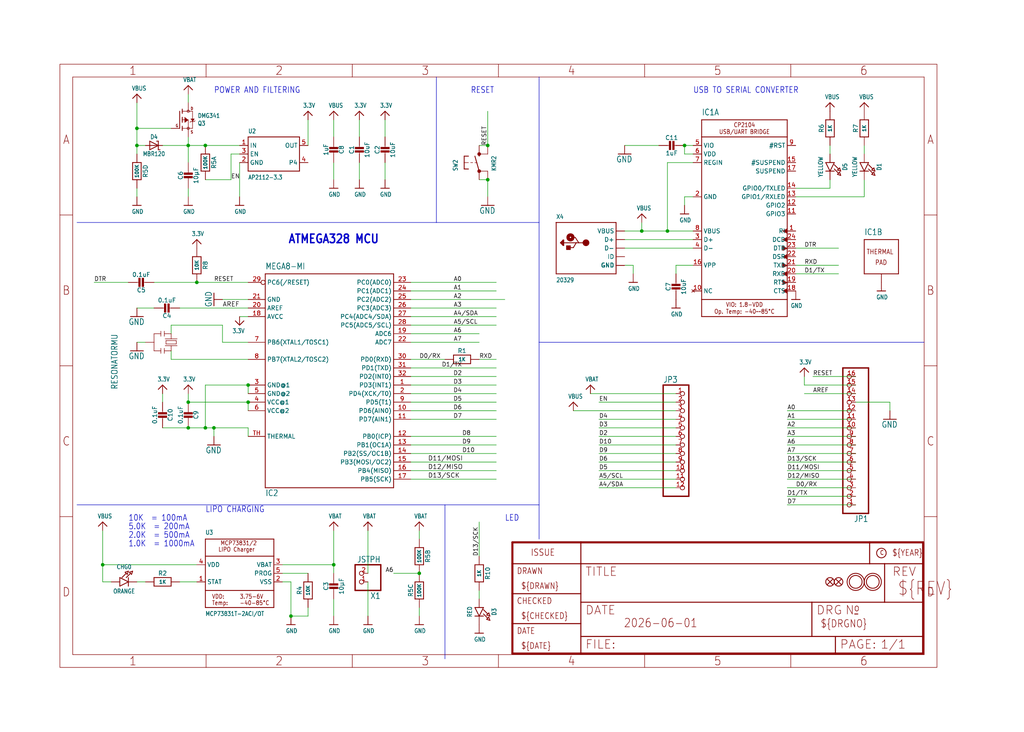
<source format=kicad_sch>
(kicad_sch (version 20230121) (generator eeschema)
  (paper "User" 303.962 217.322)
  (junction (at 86.36 182.88))
  (junction (at 203.2 43.18))
  (junction (at 58.42 83.82))
  (junction (at 60.96 43.18))
  (junction (at 124.46 170.18))
  (junction (at 73.66 114.3))
  (junction (at 40.64 43.18))
  (junction (at 55.88 127))
  (junction (at 60.96 127))
  (junction (at 30.48 167.64))
  (junction (at 40.64 38.1))
  (junction (at 144.78 53.34))
  (junction (at 55.88 43.18))
  (junction (at 55.88 119.38))
  (junction (at 198.12 68.58))
  (junction (at 144.78 43.18))
  (junction (at 99.06 167.64))
  (junction (at 190.5 68.58))
  (junction (at 73.66 119.38))
  (junction (at 63.5 127))
  (wire (pts (xy 68.58 45.72) (xy 71.12 45.72)) (stroke (width 0.1524)))
  (wire (pts (xy 236.22 78.74) (xy 248.92 78.74)) (stroke (width 0.1524)))
  (wire (pts (xy 50.8 99.06) (xy 50.8 96.52)) (stroke (width 0.1524)))
  (wire (pts (xy 142.24 175.26) (xy 142.24 177.8)) (stroke (width 0.1524)))
  (wire (pts (xy 198.12 48.26) (xy 198.12 68.58)) (stroke (width 0.1524)))
  (wire (pts (xy 60.96 114.3) (xy 60.96 127)) (stroke (width 0.1524)))
  (wire (pts (xy 205.74 78.74) (xy 200.66 78.74)) (stroke (width 0.1524)))
  (wire (pts (xy 106.68 48.26) (xy 106.68 53.34)) (stroke (width 0.1524)))
  (wire (pts (xy 254 111.76) (xy 241.3 111.76)) (stroke (width 0.1524)))
  (wire (pts (xy 121.92 132.08) (xy 147.32 132.08)) (stroke (width 0.1524)))
  (wire (pts (xy 203.2 43.18) (xy 203.2 45.72)) (stroke (width 0.1524)))
  (wire (pts (xy 205.74 45.72) (xy 203.2 45.72)) (stroke (width 0.1524)))
  (wire (pts (xy 254 127) (xy 233.68 127)) (stroke (width 0.1524)))
  (polyline (pts (xy 160.02 101.6) (xy 160.02 66.04)) (stroke (width 0.1524) (type solid)))
  (wire (pts (xy 187.96 78.74) (xy 187.96 81.28)) (stroke (width 0.1524)))
  (wire (pts (xy 254 139.7) (xy 233.68 139.7)) (stroke (width 0.1524)))
  (wire (pts (xy 73.66 83.82) (xy 58.42 83.82)) (stroke (width 0.1524)))
  (wire (pts (xy 71.12 43.18) (xy 60.96 43.18)) (stroke (width 0.1524)))
  (wire (pts (xy 248.92 81.28) (xy 236.22 81.28)) (stroke (width 0.1524)))
  (wire (pts (xy 233.68 142.24) (xy 254 142.24)) (stroke (width 0.1524)))
  (wire (pts (xy 91.44 43.18) (xy 91.44 35.56)) (stroke (width 0.1524)))
  (polyline (pts (xy 129.54 66.04) (xy 129.54 22.86)) (stroke (width 0.1524) (type solid)))
  (wire (pts (xy 254 121.92) (xy 233.68 121.92)) (stroke (width 0.1524)))
  (wire (pts (xy 73.66 127) (xy 63.5 127)) (stroke (width 0.1524)))
  (wire (pts (xy 200.66 129.54) (xy 177.8 129.54)) (stroke (width 0.1524)))
  (wire (pts (xy 200.66 121.92) (xy 170.18 121.92)) (stroke (width 0.1524)))
  (wire (pts (xy 73.66 114.3) (xy 60.96 114.3)) (stroke (width 0.1524)))
  (wire (pts (xy 73.66 91.44) (xy 53.34 91.44)) (stroke (width 0.1524)))
  (wire (pts (xy 60.96 127) (xy 55.88 127)) (stroke (width 0.1524)))
  (wire (pts (xy 205.74 58.42) (xy 203.2 58.42)) (stroke (width 0.1524)))
  (wire (pts (xy 147.32 139.7) (xy 121.92 139.7)) (stroke (width 0.1524)))
  (wire (pts (xy 99.06 170.18) (xy 99.06 167.64)) (stroke (width 0.1524)))
  (wire (pts (xy 246.38 55.88) (xy 246.38 53.34)) (stroke (width 0.1524)))
  (wire (pts (xy 236.22 73.66) (xy 248.92 73.66)) (stroke (width 0.1524)))
  (wire (pts (xy 147.32 124.46) (xy 121.92 124.46)) (stroke (width 0.1524)))
  (wire (pts (xy 73.66 119.38) (xy 73.66 121.92)) (stroke (width 0.1524)))
  (wire (pts (xy 177.8 119.38) (xy 200.66 119.38)) (stroke (width 0.1524)))
  (wire (pts (xy 144.78 43.18) (xy 142.24 43.18)) (stroke (width 0.1524)))
  (wire (pts (xy 147.32 86.36) (xy 121.92 86.36)) (stroke (width 0.1524)))
  (wire (pts (xy 53.34 172.72) (xy 58.42 172.72)) (stroke (width 0.1524)))
  (polyline (pts (xy 132.08 149.86) (xy 22.86 149.86)) (stroke (width 0.1524) (type solid)))
  (wire (pts (xy 73.66 116.84) (xy 73.66 114.3)) (stroke (width 0.1524)))
  (wire (pts (xy 124.46 157.48) (xy 124.46 160.02)) (stroke (width 0.1524)))
  (wire (pts (xy 60.96 53.34) (xy 68.58 53.34)) (stroke (width 0.1524)))
  (wire (pts (xy 147.32 119.38) (xy 121.92 119.38)) (stroke (width 0.1524)))
  (wire (pts (xy 147.32 91.44) (xy 121.92 91.44)) (stroke (width 0.1524)))
  (wire (pts (xy 45.72 91.44) (xy 40.64 91.44)) (stroke (width 0.1524)))
  (wire (pts (xy 60.96 43.18) (xy 55.88 43.18)) (stroke (width 0.1524)))
  (wire (pts (xy 73.66 88.9) (xy 66.04 88.9)) (stroke (width 0.1524)))
  (wire (pts (xy 236.22 58.42) (xy 256.54 58.42)) (stroke (width 0.1524)))
  (wire (pts (xy 60.96 127) (xy 63.5 127)) (stroke (width 0.1524)))
  (wire (pts (xy 185.42 43.18) (xy 195.58 43.18)) (stroke (width 0.1524)))
  (polyline (pts (xy 160.02 149.86) (xy 132.08 149.86)) (stroke (width 0.1524) (type solid)))
  (wire (pts (xy 63.5 127) (xy 63.5 129.54)) (stroke (width 0.1524)))
  (polyline (pts (xy 132.08 149.86) (xy 132.08 195.58)) (stroke (width 0.1524) (type solid)))
  (wire (pts (xy 99.06 35.56) (xy 99.06 40.64)) (stroke (width 0.1524)))
  (wire (pts (xy 58.42 83.82) (xy 45.72 83.82)) (stroke (width 0.1524)))
  (wire (pts (xy 205.74 43.18) (xy 203.2 43.18)) (stroke (width 0.1524)))
  (wire (pts (xy 190.5 68.58) (xy 190.5 66.04)) (stroke (width 0.1524)))
  (wire (pts (xy 66.04 96.52) (xy 66.04 101.6)) (stroke (width 0.1524)))
  (wire (pts (xy 73.66 119.38) (xy 55.88 119.38)) (stroke (width 0.1524)))
  (polyline (pts (xy 160.02 66.04) (xy 160.02 22.86)) (stroke (width 0.1524) (type solid)))
  (wire (pts (xy 114.3 40.64) (xy 114.3 35.56)) (stroke (width 0.1524)))
  (wire (pts (xy 109.22 157.48) (xy 109.22 170.18)) (stroke (width 0.1524)))
  (wire (pts (xy 30.48 172.72) (xy 30.48 167.64)) (stroke (width 0.1524)))
  (wire (pts (xy 109.22 182.88) (xy 109.22 172.72)) (stroke (width 0.1524)))
  (wire (pts (xy 48.26 43.18) (xy 55.88 43.18)) (stroke (width 0.1524)))
  (wire (pts (xy 121.92 88.9) (xy 149.86 88.9)) (stroke (width 0.1524)))
  (wire (pts (xy 177.8 144.78) (xy 200.66 144.78)) (stroke (width 0.1524)))
  (polyline (pts (xy 22.86 66.04) (xy 129.54 66.04)) (stroke (width 0.1524) (type solid)))
  (wire (pts (xy 175.26 116.84) (xy 200.66 116.84)) (stroke (width 0.1524)))
  (wire (pts (xy 254 132.08) (xy 233.68 132.08)) (stroke (width 0.1524)))
  (wire (pts (xy 124.46 170.18) (xy 116.84 170.18)) (stroke (width 0.1524)))
  (wire (pts (xy 83.82 167.64) (xy 99.06 167.64)) (stroke (width 0.1524)))
  (wire (pts (xy 66.04 101.6) (xy 73.66 101.6)) (stroke (width 0.1524)))
  (wire (pts (xy 55.88 119.38) (xy 55.88 116.84)) (stroke (width 0.1524)))
  (wire (pts (xy 71.12 93.98) (xy 73.66 93.98)) (stroke (width 0.1524)))
  (wire (pts (xy 50.8 96.52) (xy 66.04 96.52)) (stroke (width 0.1524)))
  (wire (pts (xy 124.46 182.88) (xy 124.46 180.34)) (stroke (width 0.1524)))
  (polyline (pts (xy 160.02 160.02) (xy 160.02 149.86)) (stroke (width 0.1524) (type solid)))
  (wire (pts (xy 99.06 48.26) (xy 99.06 53.34)) (stroke (width 0.1524)))
  (wire (pts (xy 30.48 167.64) (xy 58.42 167.64)) (stroke (width 0.1524)))
  (wire (pts (xy 200.66 124.46) (xy 177.8 124.46)) (stroke (width 0.1524)))
  (wire (pts (xy 147.32 129.54) (xy 121.92 129.54)) (stroke (width 0.1524)))
  (wire (pts (xy 254 124.46) (xy 233.68 124.46)) (stroke (width 0.1524)))
  (wire (pts (xy 68.58 53.34) (xy 68.58 45.72)) (stroke (width 0.1524)))
  (wire (pts (xy 99.06 157.48) (xy 99.06 167.64)) (stroke (width 0.1524)))
  (wire (pts (xy 83.82 172.72) (xy 86.36 172.72)) (stroke (width 0.1524)))
  (wire (pts (xy 142.24 165.1) (xy 142.24 154.94)) (stroke (width 0.1524)))
  (wire (pts (xy 121.92 137.16) (xy 147.32 137.16)) (stroke (width 0.1524)))
  (wire (pts (xy 114.3 48.26) (xy 114.3 53.34)) (stroke (width 0.1524)))
  (wire (pts (xy 205.74 48.26) (xy 198.12 48.26)) (stroke (width 0.1524)))
  (wire (pts (xy 121.92 116.84) (xy 147.32 116.84)) (stroke (width 0.1524)))
  (wire (pts (xy 121.92 83.82) (xy 147.32 83.82)) (stroke (width 0.1524)))
  (wire (pts (xy 254 137.16) (xy 233.68 137.16)) (stroke (width 0.1524)))
  (wire (pts (xy 177.8 134.62) (xy 200.66 134.62)) (stroke (width 0.1524)))
  (wire (pts (xy 264.16 119.38) (xy 264.16 121.92)) (stroke (width 0.1524)))
  (wire (pts (xy 43.18 43.18) (xy 40.64 43.18)) (stroke (width 0.1524)))
  (polyline (pts (xy 160.02 149.86) (xy 160.02 101.6)) (stroke (width 0.1524) (type solid)))
  (wire (pts (xy 91.44 180.34) (xy 91.44 182.88)) (stroke (width 0.1524)))
  (wire (pts (xy 238.76 114.3) (xy 254 114.3)) (stroke (width 0.1524)))
  (polyline (pts (xy 274.32 101.6) (xy 160.02 101.6)) (stroke (width 0.1524) (type solid)))
  (wire (pts (xy 40.64 58.42) (xy 40.64 55.88)) (stroke (width 0.1524)))
  (wire (pts (xy 203.2 58.42) (xy 203.2 60.96)) (stroke (width 0.1524)))
  (wire (pts (xy 177.8 137.16) (xy 200.66 137.16)) (stroke (width 0.1524)))
  (wire (pts (xy 121.92 106.68) (xy 132.08 106.68)) (stroke (width 0.1524)))
  (wire (pts (xy 177.8 127) (xy 200.66 127)) (stroke (width 0.1524)))
  (wire (pts (xy 73.66 129.54) (xy 73.66 127)) (stroke (width 0.1524)))
  (wire (pts (xy 254 144.78) (xy 233.68 144.78)) (stroke (width 0.1524)))
  (wire (pts (xy 238.76 111.76) (xy 238.76 114.3)) (stroke (width 0.1524)))
  (wire (pts (xy 50.8 38.1) (xy 40.64 38.1)) (stroke (width 0.1524)))
  (wire (pts (xy 200.66 142.24) (xy 177.8 142.24)) (stroke (width 0.1524)))
  (wire (pts (xy 27.94 83.82) (xy 38.1 83.82)) (stroke (width 0.1524)))
  (wire (pts (xy 144.78 53.34) (xy 144.78 58.42)) (stroke (width 0.1524)))
  (wire (pts (xy 200.66 78.74) (xy 200.66 81.28)) (stroke (width 0.1524)))
  (wire (pts (xy 177.8 132.08) (xy 200.66 132.08)) (stroke (width 0.1524)))
  (wire (pts (xy 147.32 109.22) (xy 121.92 109.22)) (stroke (width 0.1524)))
  (wire (pts (xy 121.92 93.98) (xy 147.32 93.98)) (stroke (width 0.1524)))
  (wire (pts (xy 73.66 106.68) (xy 50.8 106.68)) (stroke (width 0.1524)))
  (wire (pts (xy 147.32 142.24) (xy 121.92 142.24)) (stroke (width 0.1524)))
  (wire (pts (xy 144.78 33.02) (xy 144.78 43.18)) (stroke (width 0.1524)))
  (wire (pts (xy 198.12 68.58) (xy 205.74 68.58)) (stroke (width 0.1524)))
  (wire (pts (xy 30.48 157.48) (xy 30.48 167.64)) (stroke (width 0.1524)))
  (wire (pts (xy 142.24 53.34) (xy 144.78 53.34)) (stroke (width 0.1524)))
  (wire (pts (xy 40.64 43.18) (xy 40.64 38.1)) (stroke (width 0.1524)))
  (wire (pts (xy 256.54 53.34) (xy 256.54 58.42)) (stroke (width 0.1524)))
  (wire (pts (xy 121.92 111.76) (xy 147.32 111.76)) (stroke (width 0.1524)))
  (wire (pts (xy 200.66 139.7) (xy 177.8 139.7)) (stroke (width 0.1524)))
  (wire (pts (xy 86.36 172.72) (xy 86.36 182.88)) (stroke (width 0.1524)))
  (wire (pts (xy 147.32 134.62) (xy 121.92 134.62)) (stroke (width 0.1524)))
  (wire (pts (xy 106.68 40.64) (xy 106.68 35.56)) (stroke (width 0.1524)))
  (wire (pts (xy 147.32 106.68) (xy 142.24 106.68)) (stroke (width 0.1524)))
  (wire (pts (xy 233.68 129.54) (xy 254 129.54)) (stroke (width 0.1524)))
  (wire (pts (xy 254 116.84) (xy 238.76 116.84)) (stroke (width 0.1524)))
  (wire (pts (xy 190.5 68.58) (xy 198.12 68.58)) (stroke (width 0.1524)))
  (wire (pts (xy 185.42 73.66) (xy 205.74 73.66)) (stroke (width 0.1524)))
  (wire (pts (xy 121.92 121.92) (xy 147.32 121.92)) (stroke (width 0.1524)))
  (wire (pts (xy 254 119.38) (xy 264.16 119.38)) (stroke (width 0.1524)))
  (wire (pts (xy 33.02 172.72) (xy 30.48 172.72)) (stroke (width 0.1524)))
  (wire (pts (xy 254 149.86) (xy 233.68 149.86)) (stroke (width 0.1524)))
  (wire (pts (xy 99.06 177.8) (xy 99.06 182.88)) (stroke (width 0.1524)))
  (polyline (pts (xy 160.02 66.04) (xy 129.54 66.04)) (stroke (width 0.1524) (type solid)))
  (wire (pts (xy 55.88 43.18) (xy 55.88 48.26)) (stroke (width 0.1524)))
  (wire (pts (xy 121.92 99.06) (xy 142.24 99.06)) (stroke (width 0.1524)))
  (wire (pts (xy 50.8 106.68) (xy 50.8 104.14)) (stroke (width 0.1524)))
  (wire (pts (xy 48.26 119.38) (xy 48.26 116.84)) (stroke (width 0.1524)))
  (wire (pts (xy 246.38 43.18) (xy 246.38 45.72)) (stroke (width 0.1524)))
  (wire (pts (xy 55.88 127) (xy 48.26 127)) (stroke (width 0.1524)))
  (wire (pts (xy 147.32 114.3) (xy 121.92 114.3)) (stroke (width 0.1524)))
  (wire (pts (xy 55.88 27.94) (xy 55.88 30.48)) (stroke (width 0.1524)))
  (wire (pts (xy 185.42 78.74) (xy 187.96 78.74)) (stroke (width 0.1524)))
  (wire (pts (xy 40.64 172.72) (xy 43.18 172.72)) (stroke (width 0.1524)))
  (wire (pts (xy 91.44 182.88) (xy 86.36 182.88)) (stroke (width 0.1524)))
  (wire (pts (xy 254 134.62) (xy 233.68 134.62)) (stroke (width 0.1524)))
  (wire (pts (xy 142.24 101.6) (xy 121.92 101.6)) (stroke (width 0.1524)))
  (wire (pts (xy 185.42 68.58) (xy 190.5 68.58)) (stroke (width 0.1524)))
  (wire (pts (xy 55.88 40.64) (xy 55.88 43.18)) (stroke (width 0.1524)))
  (wire (pts (xy 256.54 43.18) (xy 256.54 45.72)) (stroke (width 0.1524)))
  (wire (pts (xy 236.22 55.88) (xy 246.38 55.88)) (stroke (width 0.1524)))
  (wire (pts (xy 43.18 101.6) (xy 40.64 101.6)) (stroke (width 0.1524)))
  (wire (pts (xy 40.64 38.1) (xy 40.64 30.48)) (stroke (width 0.1524)))
  (wire (pts (xy 185.42 71.12) (xy 205.74 71.12)) (stroke (width 0.1524)))
  (wire (pts (xy 40.64 45.72) (xy 40.64 43.18)) (stroke (width 0.1524)))
  (wire (pts (xy 233.68 147.32) (xy 254 147.32)) (stroke (width 0.1524)))
  (wire (pts (xy 83.82 170.18) (xy 91.44 170.18)) (stroke (width 0.1524)))
  (wire (pts (xy 71.12 48.26) (xy 71.12 58.42)) (stroke (width 0.1524)))
  (wire (pts (xy 55.88 55.88) (xy 55.88 58.42)) (stroke (width 0.1524)))
  (wire (pts (xy 147.32 96.52) (xy 121.92 96.52)) (stroke (width 0.1524)))
  (text "10K  = 100mA" (at 38.1 154.94 0) (effects (font (size 1.778 1.5113)) (justify left bottom)))
  (text "5.0K  = 200mA" (at 38.1 157.48 0) (effects (font (size 1.778 1.5113)) (justify left bottom)))
  (text "2.0K  = 500mA" (at 38.1 160.02 0) (effects (font (size 1.778 1.5113)) (justify left bottom)))
  (text "LED" (at 149.86 154.94 0) (effects (font (size 1.778 1.5113)) (justify left bottom)))
  (text "USB TO SERIAL CONVERTER" (at 205.74 27.94 0) (effects (font (size 1.778 1.5113)) (justify left bottom)))
  (text "1.0K  = 1000mA" (at 38.1 162.56 0) (effects (font (size 1.778 1.5113)) (justify left bottom)))
  (text "RESET" (at 139.7 27.94 0) (effects (font (size 1.778 1.5113)) (justify left bottom)))
  (text "LIPO CHARGING" (at 60.96 152.4 0) (effects (font (size 1.778 1.5113)) (justify left bottom)))
  (text "ATMEGA328 MCU" (at 99.06 71.12 0) (effects (font (size 2.54 2.159) (thickness 0.4318) bold)))
  (text "POWER AND FILTERING" (at 63.5 27.94 0) (effects (font (size 1.778 1.5113)) (justify left bottom)))
  (label "D7" (at 137.16 124.46 180) (effects (font (size 1.2446 1.2446))))
  (label "DTR" (at 27.94 83.82 0) (effects (font (size 1.2446 1.2446))))
  (label "D13/SCK" (at 127 142.24 0) (effects (font (size 1.3513 1.3513))))
  (label "AREF" (at 241.3 116.84 0) (effects (font (size 1.2446 1.2446))))
  (label "A5/SCL" (at 134.62 96.52 0) (effects (font (size 1.2446 1.2446))))
  (label "D11/MOSI" (at 233.68 139.7 0) (effects (font (size 1.2446 1.2446))))
  (label "A3" (at 134.62 91.44 0) (effects (font (size 1.2446 1.2446))))
  (label "A6" (at 134.62 99.06 0) (effects (font (size 1.2446 1.2446))))
  (label "D12/MISO" (at 127 139.7 0) (effects (font (size 1.3513 1.3513))))
  (label "D2" (at 177.8 129.54 0) (effects (font (size 1.2446 1.2446))))
  (label "EN" (at 177.8 119.38 0) (effects (font (size 1.2446 1.2446))))
  (label "D5" (at 177.8 139.7 0) (effects (font (size 1.2446 1.2446))))
  (label "A4/SDA" (at 134.62 93.98 0) (effects (font (size 1.2446 1.2446))))
  (label "D1/TX" (at 233.68 147.32 0) (effects (font (size 1.2446 1.2446))))
  (label "DTR" (at 238.76 73.66 0) (effects (font (size 1.2446 1.2446))))
  (label "A6" (at 233.68 132.08 0) (effects (font (size 1.2446 1.2446))))
  (label "A0" (at 134.62 83.82 0) (effects (font (size 1.2446 1.2446))))
  (label "D3" (at 137.16 114.3 180) (effects (font (size 1.2446 1.2446))))
  (label "D3" (at 177.8 127 0) (effects (font (size 1.2446 1.2446))))
  (label "D4" (at 177.8 124.46 0) (effects (font (size 1.2446 1.2446))))
  (label "D5" (at 137.16 119.38 180) (effects (font (size 1.2446 1.2446))))
  (label "D2" (at 137.16 111.76 180) (effects (font (size 1.2446 1.2446))))
  (label "D12/MISO" (at 233.68 142.24 0) (effects (font (size 1.2446 1.2446))))
  (label "D9" (at 137.16 132.08 0) (effects (font (size 1.2446 1.2446))))
  (label "A4/SDA" (at 177.8 144.78 0) (effects (font (size 1.2446 1.2446))))
  (label "A1" (at 134.62 86.36 0) (effects (font (size 1.2446 1.2446))))
  (label "D13/SCK" (at 142.24 165.1 90) (effects (font (size 1.2446 1.2446))))
  (label "RESET" (at 241.3 111.76 0) (effects (font (size 1.2446 1.2446))))
  (label "D0/RX" (at 236.22 144.78 0) (effects (font (size 1.2446 1.2446))))
  (label "D6" (at 177.8 137.16 0) (effects (font (size 1.2446 1.2446))))
  (label "D4" (at 137.16 116.84 180) (effects (font (size 1.2446 1.2446))))
  (label "RESET" (at 144.78 43.18 90) (effects (font (size 1.2446 1.2446))))
  (label "A6" (at 116.84 170.18 180) (effects (font (size 1.2446 1.2446))))
  (label "D6" (at 137.16 121.92 180) (effects (font (size 1.2446 1.2446))))
  (label "D10" (at 177.8 132.08 0) (effects (font (size 1.2446 1.2446))))
  (label "D8" (at 137.16 129.54 0) (effects (font (size 1.2446 1.2446))))
  (label "A1" (at 233.68 124.46 0) (effects (font (size 1.2446 1.2446))))
  (label "RXD" (at 142.24 106.68 0) (effects (font (size 1.2446 1.2446))))
  (label "A7" (at 233.68 134.62 0) (effects (font (size 1.2446 1.2446))))
  (label "D9" (at 177.8 134.62 0) (effects (font (size 1.2446 1.2446))))
  (label "A7" (at 134.62 101.6 0) (effects (font (size 1.2446 1.2446))))
  (label "D13/SCK" (at 233.68 137.16 0) (effects (font (size 1.2446 1.2446))))
  (label "A2" (at 233.68 127 0) (effects (font (size 1.2446 1.2446))))
  (label "A5/SCL" (at 177.8 142.24 0) (effects (font (size 1.2446 1.2446))))
  (label "RXD" (at 238.76 78.74 0) (effects (font (size 1.2446 1.2446))))
  (label "EN" (at 68.58 53.34 0) (effects (font (size 1.2446 1.2446))))
  (label "AREF" (at 66.04 91.44 0) (effects (font (size 1.3513 1.3513))))
  (label "RESET" (at 63.5 83.82 0) (effects (font (size 1.2446 1.2446))))
  (label "D0/RX" (at 124.46 106.68 0) (effects (font (size 1.2446 1.2446))))
  (label "A2" (at 134.62 88.9 0) (effects (font (size 1.2446 1.2446))))
  (label "A0" (at 233.68 121.92 0) (effects (font (size 1.2446 1.2446))))
  (label "D10" (at 137.16 134.62 0) (effects (font (size 1.2446 1.2446))))
  (label "D1/TX" (at 238.76 81.28 0) (effects (font (size 1.2446 1.2446))))
  (label "A3" (at 233.68 129.54 0) (effects (font (size 1.2446 1.2446))))
  (label "D1/TX" (at 137.16 109.22 180) (effects (font (size 1.2446 1.2446))))
  (label "D7" (at 233.68 149.86 0) (effects (font (size 1.2446 1.2446))))
  (label "D11/MOSI" (at 127 137.16 0) (effects (font (size 1.3513 1.3513))))
  (symbol (lib_id "working-eagle-import:VBUS") (at 30.48 154.94 0) (unit 1)
    (property "Reference" "#U$38" (effects hide))
    (property "Value" "VBUS" (at 28.956 153.924 0) (effects (font (size 1.27 1.0795)) (justify left bottom)))
  )
  (symbol (lib_id "working-eagle-import:RESISTOR_0603_NOOUT") (at 246.38 38.1 90) (unit 1)
    (property "Reference" "R6" (at 243.84 38.1 0))
    (property "Value" "1K" (at 246.38 38.1 0) (effects (font (size 1.016 1.016) bold)))
    (property "Footprint" "working:0603-NO" (effects hide))
  )
  (symbol (lib_id "working-eagle-import:3.3V") (at 114.3 33.02 0) (unit 1)
    (property "Reference" "#U$24" (effects hide))
    (property "Value" "3.3V" (at 112.776 32.004 0) (effects (font (size 1.27 1.0795)) (justify left bottom)))
  )
  (symbol (lib_id "working-eagle-import:LED0805_NOOUTLINE") (at 246.38 50.8 270) (unit 1)
    (property "Reference" "D5" (at 250.825 49.53 0) (effects (font (size 1.27 1.0795))))
    (property "Value" "YELLOW" (at 243.586 49.53 0) (effects (font (size 1.27 1.0795))))
    (property "Footprint" "working:CHIPLED_0805_NOOUTLINE" (effects hide))
  )
  (symbol (lib_id "working-eagle-import:RESISTOR_4PACK") (at 124.46 175.26 90) (unit 3)
    (property "Reference" "R5" (at 121.92 175.26 0))
    (property "Value" "100K" (at 124.46 175.26 0) (effects (font (size 1.016 1.016) bold)))
    (property "Footprint" "working:RESPACK_4X0603" (effects hide))
  )
  (symbol (lib_id "working-eagle-import:CP2104") (at 220.98 63.5 0) (unit 1)
    (property "Reference" "IC1" (at 208.28 34.29 0) (effects (font (size 1.778 1.5113)) (justify left bottom)))
    (property "Value" "CP2104" (effects hide))
    (property "Footprint" "working:QFN24_4MM_SMSC" (effects hide))
  )
  (symbol (lib_id "working-eagle-import:CON_JST_PH_2PIN") (at 106.68 170.18 180) (unit 1)
    (property "Reference" "X1" (at 113.03 175.895 0) (effects (font (size 1.778 1.5113)) (justify left bottom)))
    (property "Value" "JSTPH" (at 113.03 165.1 0) (effects (font (size 1.778 1.5113)) (justify left bottom)))
    (property "Footprint" "working:JSTPH2" (effects hide))
  )
  (symbol (lib_id "working-eagle-import:CAP_CERAMIC_0805MP") (at 200.66 86.36 0) (unit 1)
    (property "Reference" "C7" (at 198.37 85.11 90))
    (property "Value" "10uF" (at 202.96 85.11 90))
    (property "Footprint" "working:_0805MP" (effects hide))
  )
  (symbol (lib_id "working-eagle-import:GND") (at 142.24 187.96 0) (unit 1)
    (property "Reference" "#U$8" (effects hide))
    (property "Value" "GND" (at 140.716 190.5 0) (effects (font (size 1.27 1.0795)) (justify left bottom)))
  )
  (symbol (lib_id "working-eagle-import:supply1_GND") (at 63.5 88.9 270) (unit 1)
    (property "Reference" "#GND1" (effects hide))
    (property "Value" "GND" (at 60.96 86.36 0) (effects (font (size 1.778 1.5113)) (justify left bottom)))
  )
  (symbol (lib_id "working-eagle-import:MCP73831/2") (at 71.12 170.18 0) (unit 1)
    (property "Reference" "U3" (at 60.96 158.75 0) (effects (font (size 1.27 1.0795)) (justify left bottom)))
    (property "Value" "MCP73831T-2ACI/OT" (at 60.96 182.88 0) (effects (font (size 1.27 1.0795)) (justify left bottom)))
    (property "Footprint" "working:SOT23-5" (effects hide))
  )
  (symbol (lib_id "working-eagle-import:GND") (at 86.36 185.42 0) (unit 1)
    (property "Reference" "#U$36" (effects hide))
    (property "Value" "GND" (at 84.836 187.96 0) (effects (font (size 1.27 1.0795)) (justify left bottom)))
  )
  (symbol (lib_id "working-eagle-import:GND") (at 99.06 55.88 0) (unit 1)
    (property "Reference" "#U$29" (effects hide))
    (property "Value" "GND" (at 97.536 58.42 0) (effects (font (size 1.27 1.0795)) (justify left bottom)))
  )
  (symbol (lib_id "working-eagle-import:CAP_CERAMIC0603_NO") (at 43.18 83.82 90) (unit 1)
    (property "Reference" "C5" (at 41.93 86.11 90))
    (property "Value" "0.1uF" (at 41.93 81.52 90))
    (property "Footprint" "working:0603-NO" (effects hide))
  )
  (symbol (lib_id "working-eagle-import:GND") (at 200.66 91.44 0) (unit 1)
    (property "Reference" "#U$23" (effects hide))
    (property "Value" "GND" (at 199.136 93.98 0) (effects (font (size 1.27 1.0795)) (justify left bottom)))
  )
  (symbol (lib_id "working-eagle-import:VBUS") (at 170.18 119.38 0) (unit 1)
    (property "Reference" "#U$19" (effects hide))
    (property "Value" "VBUS" (at 168.656 118.364 0) (effects (font (size 1.27 1.0795)) (justify left bottom)))
  )
  (symbol (lib_id "working-eagle-import:HEADER-1X12") (at 203.2 132.08 0) (unit 1)
    (property "Reference" "JP3" (at 196.85 113.665 0) (effects (font (size 1.778 1.5113)) (justify left bottom)))
    (property "Value" "HEADER-1X12" (effects hide))
    (property "Footprint" "working:1X12_ROUND" (effects hide))
  )
  (symbol (lib_id "working-eagle-import:VBUS") (at 190.5 63.5 0) (unit 1)
    (property "Reference" "#U$18" (effects hide))
    (property "Value" "VBUS" (at 188.976 62.484 0) (effects (font (size 1.27 1.0795)) (justify left bottom)))
  )
  (symbol (lib_id "working-eagle-import:supply1_GND") (at 40.64 104.14 0) (unit 1)
    (property "Reference" "#GND3" (effects hide))
    (property "Value" "GND" (at 38.1 106.68 0) (effects (font (size 1.778 1.5113)) (justify left bottom)))
  )
  (symbol (lib_id "working-eagle-import:GND") (at 106.68 55.88 0) (unit 1)
    (property "Reference" "#U$4" (effects hide))
    (property "Value" "GND" (at 105.156 58.42 0) (effects (font (size 1.27 1.0795)) (justify left bottom)))
  )
  (symbol (lib_id "working-eagle-import:SWITCH_TACT_SMT4.6X2.8") (at 142.24 48.26 90) (unit 1)
    (property "Reference" "SW2" (at 135.89 50.8 0) (effects (font (size 1.27 1.0795)) (justify left bottom)))
    (property "Value" "KMR2" (at 147.32 50.8 0) (effects (font (size 1.27 1.0795)) (justify left bottom)))
    (property "Footprint" "working:BTN_KMR2_4.6X2.8" (effects hide))
  )
  (symbol (lib_id "working-eagle-import:CAP_CERAMIC0805-NOOUTLINE") (at 55.88 53.34 0) (unit 1)
    (property "Reference" "C6" (at 53.59 52.09 90))
    (property "Value" "10µF" (at 58.18 52.09 90))
    (property "Footprint" "working:0805-NO" (effects hide))
  )
  (symbol (lib_id "working-eagle-import:VBAT") (at 175.26 114.3 0) (unit 1)
    (property "Reference" "#U$20" (effects hide))
    (property "Value" "VBAT" (at 173.736 113.284 0) (effects (font (size 1.27 1.0795)) (justify left bottom)))
  )
  (symbol (lib_id "working-eagle-import:RESISTOR_4PACK") (at 60.96 48.26 270) (unit 1)
    (property "Reference" "R5" (at 63.5 48.26 0))
    (property "Value" "100K" (at 60.96 48.26 0) (effects (font (size 1.016 1.016) bold)))
    (property "Footprint" "working:RESPACK_4X0603" (effects hide))
  )
  (symbol (lib_id "working-eagle-import:VBAT") (at 55.88 25.4 0) (unit 1)
    (property "Reference" "#U$21" (effects hide))
    (property "Value" "VBAT" (at 54.356 24.384 0) (effects (font (size 1.27 1.0795)) (justify left bottom)))
  )
  (symbol (lib_id "working-eagle-import:GND") (at 261.62 86.36 0) (unit 1)
    (property "Reference" "#U$1" (effects hide))
    (property "Value" "GND" (at 260.096 88.9 0) (effects (font (size 1.27 1.0795)) (justify left bottom)))
  )
  (symbol (lib_id "working-eagle-import:GND") (at 99.06 185.42 0) (unit 1)
    (property "Reference" "#U$33" (effects hide))
    (property "Value" "GND" (at 97.536 187.96 0) (effects (font (size 1.27 1.0795)) (justify left bottom)))
  )
  (symbol (lib_id "working-eagle-import:CAP_CERAMIC0603_NO") (at 48.26 121.92 180) (unit 1)
    (property "Reference" "C10" (at 50.55 123.17 90))
    (property "Value" "0.1uF" (at 45.96 123.17 90))
    (property "Footprint" "working:0603-NO" (effects hide))
  )
  (symbol (lib_id "working-eagle-import:VBAT") (at 99.06 154.94 0) (unit 1)
    (property "Reference" "#U$39" (effects hide))
    (property "Value" "VBAT" (at 97.536 153.924 0) (effects (font (size 1.27 1.0795)) (justify left bottom)))
  )
  (symbol (lib_id "working-eagle-import:FRAME_A4") (at 17.78 198.12 0) (unit 1)
    (property "Reference" "#FRAME1" (effects hide))
    (property "Value" "FRAME_A4" (effects hide))
  )
  (symbol (lib_id "working-eagle-import:FIDUCIAL_1MM") (at 248.92 172.72 0) (unit 1)
    (property "Reference" "U$34" (effects hide))
    (property "Value" "FIDUCIAL_1MM" (effects hide))
    (property "Footprint" "working:FIDUCIAL_1MM" (effects hide))
  )
  (symbol (lib_id "working-eagle-import:VBAT") (at 124.46 154.94 0) (unit 1)
    (property "Reference" "#U$7" (effects hide))
    (property "Value" "VBAT" (at 122.936 153.924 0) (effects (font (size 1.27 1.0795)) (justify left bottom)))
  )
  (symbol (lib_id "working-eagle-import:RESISTOR_0603_NOOUT") (at 58.42 78.74 90) (unit 1)
    (property "Reference" "R8" (at 60.96 78.74 0))
    (property "Value" "10K" (at 58.42 78.74 0) (effects (font (size 1.016 1.016) bold)))
    (property "Footprint" "working:0603-NO" (effects hide))
  )
  (symbol (lib_id "working-eagle-import:CAP_CERAMIC0805-NOOUTLINE") (at 106.68 45.72 0) (unit 1)
    (property "Reference" "C1" (at 104.39 44.47 90))
    (property "Value" "10uF" (at 108.98 44.47 90))
    (property "Footprint" "working:0805-NO" (effects hide))
  )
  (symbol (lib_id "working-eagle-import:CP2104") (at 261.62 76.2 0) (unit 2)
    (property "Reference" "IC1" (at 256.54 69.85 0) (effects (font (size 1.778 1.5113)) (justify left bottom)))
    (property "Value" "CP2104" (effects hide))
    (property "Footprint" "working:QFN24_4MM_SMSC" (effects hide))
  )
  (symbol (lib_id "working-eagle-import:MEGA8-MI") (at 96.52 109.22 0) (unit 1)
    (property "Reference" "IC2" (at 78.74 147.32 0) (effects (font (size 1.778 1.5113)) (justify left bottom)))
    (property "Value" "MEGA8-MI" (at 78.74 80.01 0) (effects (font (size 1.778 1.5113)) (justify left bottom)))
    (property "Footprint" "working:MLF32-TH" (effects hide))
  )
  (symbol (lib_id "working-eagle-import:RESISTOR_0603_NOOUT") (at 142.24 170.18 270) (unit 1)
    (property "Reference" "R10" (at 144.78 170.18 0))
    (property "Value" "1K" (at 142.24 170.18 0) (effects (font (size 1.016 1.016) bold)))
    (property "Footprint" "working:0603-NO" (effects hide))
  )
  (symbol (lib_id "working-eagle-import:HEADER-1X16ROUND") (at 251.46 132.08 180) (unit 1)
    (property "Reference" "JP1" (at 257.81 153.035 0) (effects (font (size 1.778 1.5113)) (justify left bottom)))
    (property "Value" "HEADER-1X16ROUND" (effects hide))
    (property "Footprint" "working:1X16_ROUND" (effects hide))
  )
  (symbol (lib_id "working-eagle-import:RESISTOR_0603_NOOUT") (at 91.44 175.26 90) (unit 1)
    (property "Reference" "R4" (at 88.9 175.26 0))
    (property "Value" "10K" (at 91.44 175.26 0) (effects (font (size 1.016 1.016) bold)))
    (property "Footprint" "working:0603-NO" (effects hide))
  )
  (symbol (lib_id "working-eagle-import:supply1_GND") (at 40.64 93.98 0) (unit 1)
    (property "Reference" "#GND13" (effects hide))
    (property "Value" "GND" (at 38.1 96.52 0) (effects (font (size 1.778 1.5113)) (justify left bottom)))
  )
  (symbol (lib_id "working-eagle-import:MOUNTINGHOLE2.5") (at 259.08 172.72 0) (unit 1)
    (property "Reference" "U$32" (effects hide))
    (property "Value" "MOUNTINGHOLE2.5" (effects hide))
    (property "Footprint" "working:MOUNTINGHOLE_2.5_PLATED" (effects hide))
  )
  (symbol (lib_id "working-eagle-import:3.3V") (at 238.76 109.22 0) (unit 1)
    (property "Reference" "#U$6" (effects hide))
    (property "Value" "3.3V" (at 237.236 108.204 0) (effects (font (size 1.27 1.0795)) (justify left bottom)))
  )
  (symbol (lib_id "working-eagle-import:LED0805_NOOUTLINE") (at 256.54 50.8 270) (unit 1)
    (property "Reference" "D1" (at 260.985 49.53 0) (effects (font (size 1.27 1.0795))))
    (property "Value" "YELLOW" (at 253.746 49.53 0) (effects (font (size 1.27 1.0795))))
    (property "Footprint" "working:CHIPLED_0805_NOOUTLINE" (effects hide))
  )
  (symbol (lib_id "working-eagle-import:RESISTOR_4PACK") (at 40.64 50.8 270) (unit 4)
    (property "Reference" "R5" (at 43.18 50.8 0))
    (property "Value" "100K" (at 40.64 50.8 0) (effects (font (size 1.016 1.016) bold)))
    (property "Footprint" "working:RESPACK_4X0603" (effects hide))
  )
  (symbol (lib_id "working-eagle-import:LED0805_NOOUTLINE") (at 142.24 182.88 270) (unit 1)
    (property "Reference" "D3" (at 146.685 181.61 0) (effects (font (size 1.27 1.0795))))
    (property "Value" "RED" (at 139.446 181.61 0) (effects (font (size 1.27 1.0795))))
    (property "Footprint" "working:CHIPLED_0805_NOOUTLINE" (effects hide))
  )
  (symbol (lib_id "working-eagle-import:DIODE-SCHOTTKYSOD-123") (at 45.72 43.18 0) (unit 1)
    (property "Reference" "D4" (at 45.72 40.64 0) (effects (font (size 1.27 1.0795))))
    (property "Value" "MBR120" (at 45.72 45.68 0) (effects (font (size 1.27 1.0795))))
    (property "Footprint" "working:SOD-123" (effects hide))
  )
  (symbol (lib_id "working-eagle-import:GND") (at 40.64 60.96 0) (unit 1)
    (property "Reference" "#U$25" (effects hide))
    (property "Value" "GND" (at 39.116 63.5 0) (effects (font (size 1.27 1.0795)) (justify left bottom)))
  )
  (symbol (lib_id "working-eagle-import:CAP_CERAMIC0603_NO") (at 99.06 43.18 180) (unit 1)
    (property "Reference" "C8" (at 101.35 44.43 90))
    (property "Value" "1uF" (at 96.76 44.43 90))
    (property "Footprint" "working:0603-NO" (effects hide))
  )
  (symbol (lib_id "working-eagle-import:VBUS") (at 40.64 27.94 0) (unit 1)
    (property "Reference" "#U$3" (effects hide))
    (property "Value" "VBUS" (at 39.116 26.924 0) (effects (font (size 1.27 1.0795)) (justify left bottom)))
  )
  (symbol (lib_id "working-eagle-import:RESONATORMU") (at 50.8 101.6 0) (unit 1)
    (property "Reference" "Y2" (effects hide))
    (property "Value" "RESONATORMU" (at 33.02 99.06 90) (effects (font (size 1.778 1.5113)) (justify right top)))
    (property "Footprint" "working:RESONATOR" (effects hide))
  )
  (symbol (lib_id "working-eagle-import:RESISTOR_0603_NOOUT") (at 48.26 172.72 0) (unit 1)
    (property "Reference" "R2" (at 48.26 170.18 0))
    (property "Value" "1K" (at 48.26 172.72 0) (effects (font (size 1.016 1.016) bold)))
    (property "Footprint" "working:0603-NO" (effects hide))
  )
  (symbol (lib_id "working-eagle-import:3.3V") (at 106.68 33.02 0) (unit 1)
    (property "Reference" "#U$2" (effects hide))
    (property "Value" "3.3V" (at 105.156 32.004 0) (effects (font (size 1.27 1.0795)) (justify left bottom)))
  )
  (symbol (lib_id "working-eagle-import:GND") (at 124.46 185.42 0) (unit 1)
    (property "Reference" "#U$14" (effects hide))
    (property "Value" "GND" (at 122.936 187.96 0) (effects (font (size 1.27 1.0795)) (justify left bottom)))
  )
  (symbol (lib_id "working-eagle-import:GND") (at 71.12 60.96 0) (unit 1)
    (property "Reference" "#U$30" (effects hide))
    (property "Value" "GND" (at 69.596 63.5 0) (effects (font (size 1.27 1.0795)) (justify left bottom)))
  )
  (symbol (lib_id "working-eagle-import:supply1_GND") (at 63.5 132.08 0) (unit 1)
    (property "Reference" "#GND2" (effects hide))
    (property "Value" "GND" (at 60.96 134.62 0) (effects (font (size 1.778 1.5113)) (justify left bottom)))
  )
  (symbol (lib_id "working-eagle-import:CAP_CERAMIC0805-NOOUTLINE") (at 114.3 45.72 0) (unit 1)
    (property "Reference" "C2" (at 112.01 44.47 90))
    (property "Value" "10uF" (at 116.6 44.47 90))
    (property "Footprint" "working:0805-NO" (effects hide))
  )
  (symbol (lib_id "working-eagle-import:VBUS") (at 246.38 30.48 0) (unit 1)
    (property "Reference" "#U$40" (effects hide))
    (property "Value" "VBUS" (at 244.856 29.464 0) (effects (font (size 1.27 1.0795)) (justify left bottom)))
  )
  (symbol (lib_id "working-eagle-import:VBUS") (at 99.06 33.02 0) (unit 1)
    (property "Reference" "#U$28" (effects hide))
    (property "Value" "VBUS" (at 97.536 32.004 0) (effects (font (size 1.27 1.0795)) (justify left bottom)))
  )
  (symbol (lib_id "working-eagle-import:GND") (at 187.96 83.82 0) (unit 1)
    (property "Reference" "#U$11" (effects hide))
    (property "Value" "GND" (at 186.436 86.36 0) (effects (font (size 1.27 1.0795)) (justify left bottom)))
  )
  (symbol (lib_id "working-eagle-import:GND") (at 236.22 88.9 0) (unit 1)
    (property "Reference" "#U$43" (effects hide))
    (property "Value" "GND" (at 234.696 91.44 0) (effects (font (size 1.27 1.0795)) (justify left bottom)))
  )
  (symbol (lib_id "working-eagle-import:3.3V") (at 91.44 33.02 0) (unit 1)
    (property "Reference" "#U$10" (effects hide))
    (property "Value" "3.3V" (at 89.916 32.004 0) (effects (font (size 1.27 1.0795)) (justify left bottom)))
  )
  (symbol (lib_id "working-eagle-import:GND") (at 114.3 55.88 0) (unit 1)
    (property "Reference" "#U$17" (effects hide))
    (property "Value" "GND" (at 112.776 58.42 0) (effects (font (size 1.27 1.0795)) (justify left bottom)))
  )
  (symbol (lib_id "working-eagle-import:GND") (at 55.88 60.96 0) (unit 1)
    (property "Reference" "#U$27" (effects hide))
    (property "Value" "GND" (at 54.356 63.5 0) (effects (font (size 1.27 1.0795)) (justify left bottom)))
  )
  (symbol (lib_id "working-eagle-import:VBUS") (at 256.54 30.48 0) (unit 1)
    (property "Reference" "#U$37" (effects hide))
    (property "Value" "VBUS" (at 255.016 29.464 0) (effects (font (size 1.27 1.0795)) (justify left bottom)))
  )
  (symbol (lib_id "working-eagle-import:CAP_CERAMIC0603_NO") (at 198.12 43.18 270) (unit 1)
    (property "Reference" "C11" (at 199.37 40.89 90))
    (property "Value" "1uF" (at 199.37 45.48 90))
    (property "Footprint" "working:0603-NO" (effects hide))
  )
  (symbol (lib_id "working-eagle-import:VBAT") (at 109.22 154.94 0) (unit 1)
    (property "Reference" "#U$16" (effects hide))
    (property "Value" "VBAT" (at 107.696 153.924 0) (effects (font (size 1.27 1.0795)) (justify left bottom)))
  )
  (symbol (lib_id "working-eagle-import:CAP_CERAMIC0805-NOOUTLINE") (at 99.06 175.26 0) (unit 1)
    (property "Reference" "C3" (at 96.77 174.01 90))
    (property "Value" "10µF" (at 101.36 174.01 90))
    (property "Footprint" "working:0805-NO" (effects hide))
  )
  (symbol (lib_id "working-eagle-import:RESISTOR_4PACK") (at 124.46 165.1 270) (unit 2)
    (property "Reference" "R5" (at 127 165.1 0))
    (property "Value" "100K" (at 124.46 165.1 0) (effects (font (size 1.016 1.016) bold)))
    (property "Footprint" "working:RESPACK_4X0603" (effects hide))
  )
  (symbol (lib_id "working-eagle-import:3.3V") (at 55.88 114.3 0) (unit 1)
    (property "Reference" "#U$42" (effects hide))
    (property "Value" "3.3V" (at 54.356 113.284 0) (effects (font (size 1.27 1.0795)) (justify left bottom)))
  )
  (symbol (lib_id "working-eagle-import:RESISTOR_0603_NOOUT") (at 256.54 38.1 90) (unit 1)
    (property "Reference" "R7" (at 254 38.1 0))
    (property "Value" "1K" (at 256.54 38.1 0) (effects (font (size 1.016 1.016) bold)))
    (property "Footprint" "working:0603-NO" (effects hide))
  )
  (symbol (lib_id "working-eagle-import:CAP_CERAMIC0603_NO") (at 55.88 121.92 180) (unit 1)
    (property "Reference" "C9" (at 58.17 123.17 90))
    (property "Value" "0.1uF" (at 53.58 123.17 90))
    (property "Footprint" "working:0603-NO" (effects hide))
  )
  (symbol (lib_id "working-eagle-import:MOUNTINGHOLE2.5") (at 254 172.72 0) (unit 1)
    (property "Reference" "U$31" (effects hide))
    (property "Value" "MOUNTINGHOLE2.5" (effects hide))
    (property "Footprint" "working:MOUNTINGHOLE_2.5_PLATED" (effects hide))
  )
  (symbol (lib_id "working-eagle-import:USB_MICRO_20329_V2") (at 175.26 73.66 0) (unit 1)
    (property "Reference" "X4" (at 165.1 65.024 0) (effects (font (size 1.27 1.0795)) (justify left bottom)))
    (property "Value" "20329" (at 165.1 83.82 0) (effects (font (size 1.27 1.0795)) (justify left bottom)))
    (property "Footprint" "working:4UCONN_20329_V2" (effects hide))
  )
  (symbol (lib_id "working-eagle-import:3.3V") (at 71.12 96.52 180) (unit 1)
    (property "Reference" "#U$5" (effects hide))
    (property "Value" "3.3V" (at 72.644 97.536 0) (effects (font (size 1.27 1.0795)) (justify left bottom)))
  )
  (symbol (lib_id "working-eagle-import:FIDUCIAL_1MM") (at 246.38 172.72 0) (unit 1)
    (property "Reference" "U$35" (effects hide))
    (property "Value" "FIDUCIAL_1MM" (effects hide))
    (property "Footprint" "working:FIDUCIAL_1MM" (effects hide))
  )
  (symbol (lib_id "working-eagle-import:MOSFET-P") (at 55.88 35.56 0) (mirror x) (unit 1)
    (property "Reference" "Q3" (at 58.674 35.941 0) (effects (font (size 1.27 1.0795)) (justify left bottom)))
    (property "Value" "DMG341" (at 58.674 33.655 0) (effects (font (size 1.27 1.0795)) (justify left bottom)))
    (property "Footprint" "working:SOT23-R" (effects hide))
  )
  (symbol (lib_id "working-eagle-import:supply1_GND") (at 264.16 124.46 0) (unit 1)
    (property "Reference" "#GND4" (effects hide))
    (property "Value" "GND" (at 261.62 127 0) (effects (font (size 1.778 1.5113)) (justify left bottom)))
  )
  (symbol (lib_id "working-eagle-import:RESISTOR_0603MP") (at 137.16 106.68 0) (unit 1)
    (property "Reference" "R1" (at 137.16 104.14 0))
    (property "Value" "1K" (at 137.16 106.68 0) (effects (font (size 1.016 1.016) bold)))
    (property "Footprint" "working:_0603MP" (effects hide))
  )
  (symbol (lib_id "working-eagle-import:supply1_GND") (at 185.42 45.72 0) (unit 1)
    (property "Reference" "#GND5" (effects hide))
    (property "Value" "GND" (at 182.88 48.26 0) (effects (font (size 1.778 1.5113)) (justify left bottom)))
  )
  (symbol (lib_id "working-eagle-import:3.3V") (at 58.42 71.12 0) (unit 1)
    (property "Reference" "#U$26" (effects hide))
    (property "Value" "3.3V" (at 56.896 70.104 0) (effects (font (size 1.27 1.0795)) (justify left bottom)))
  )
  (symbol (lib_id "working-eagle-import:FRAME_A4") (at 152.4 195.58 0) (unit 2)
    (property "Reference" "#FRAME1" (effects hide))
    (property "Value" "FRAME_A4" (effects hide))
  )
  (symbol (lib_id "working-eagle-import:GND") (at 109.22 185.42 0) (unit 1)
    (property "Reference" "#U$22" (effects hide))
    (property "Value" "GND" (at 107.696 187.96 0) (effects (font (size 1.27 1.0795)) (justify left bottom)))
  )
  (symbol (lib_id "working-eagle-import:CAP_CERAMIC0603_NO") (at 50.8 91.44 90) (unit 1)
    (property "Reference" "C4" (at 49.55 93.73 90))
    (property "Value" "0.1uF" (at 49.55 89.14 90))
    (property "Footprint" "working:0603-NO" (effects hide))
  )
  (symbol (lib_id "working-eagle-import:supply1_GND") (at 144.78 60.96 0) (unit 1)
    (property "Reference" "#GND6" (effects hide))
    (property "Value" "GND" (at 142.24 63.5 0) (effects (font (size 1.778 1.5113)) (justify left bottom)))
  )
  (symbol (lib_id "working-eagle-import:3.3V") (at 48.26 114.3 0) (unit 1)
    (property "Reference" "#U$41" (effects hide))
    (property "Value" "3.3V" (at 46.736 113.284 0) (effects (font (size 1.27 1.0795)) (justify left bottom)))
  )
  (symbol (lib_id "working-eagle-import:VREG_SOT23-5") (at 81.28 45.72 0) (unit 1)
    (property "Reference" "U2" (at 73.66 39.624 0) (effects (font (size 1.27 1.0795)) (justify left bottom)))
    (property "Value" "AP2112-3.3" (at 73.66 53.34 0) (effects (font (size 1.27 1.0795)) (justify left bottom)))
    (property "Footprint" "working:SOT23-5" (effects hide))
  )
  (symbol (lib_id "working-eagle-import:GND") (at 203.2 63.5 0) (unit 1)
    (property "Reference" "#U$12" (effects hide))
    (property "Value" "GND" (at 201.676 66.04 0) (effects (font (size 1.27 1.0795)) (justify left bottom)))
  )
  (symbol (lib_id "working-eagle-import:LED0805_NOOUTLINE") (at 38.1 172.72 0) (unit 1)
    (property "Reference" "CHG0" (at 36.83 168.275 0) (effects (font (size 1.27 1.0795))))
    (property "Value" "ORANGE" (at 36.83 175.514 0) (effects (font (size 1.27 1.0795))))
    (property "Footprint" "working:CHIPLED_0805_NOOUTLINE" (effects hide))
  )
)
</source>
